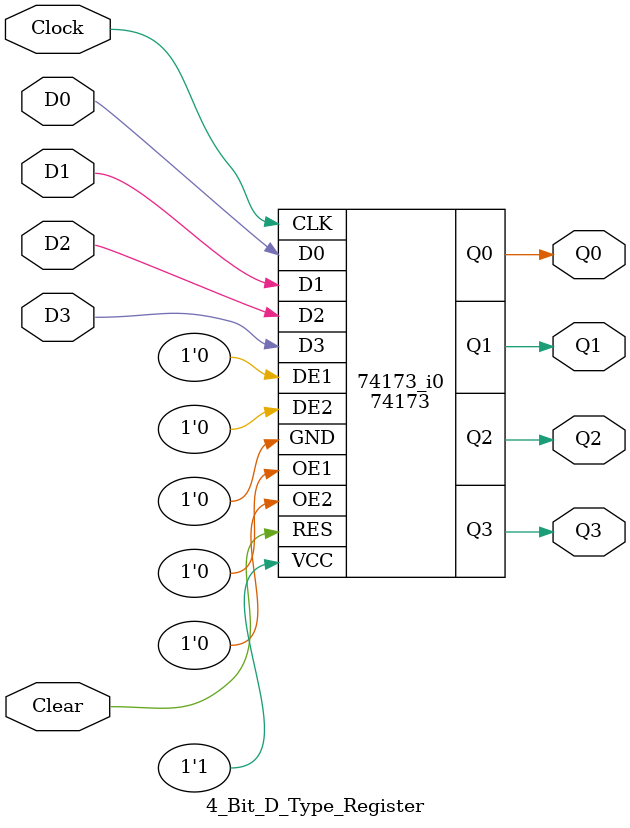
<source format=v>
/*
 * Generated by Digital. Don't modify this file!
 * Any changes will be lost if this file is regenerated.
 */

module DIG_D_FF_AS_1bit
#(
    parameter Default = 0
)
(
   input Set,
   input D,
   input C,
   input Clr,
   output Q,
   output \~Q
);
    reg state;

    assign Q = state;
    assign \~Q  = ~state;

    always @ (posedge C or posedge Clr or posedge Set)
    begin
        if (Set)
            state <= 1'b1;
        else if (Clr)
            state <= 'h0;
        else
            state <= D;
    end

    initial begin
        state = Default;
    end
endmodule

module Driver
(
    input in,
    input sel,
    output out
);
    assign out = (sel == 1'b1)? in : 1'bz;
endmodule

// quad 3-state D flip-flop with common clock and reset
module \74173  (
  input D0,
  input D1,
  input D2,
  input D3,
  input CLK,
  input RES,
  input DE1,
  input DE2,
  input OE1,
  input OE2,
  input VCC,
  input GND,
  output Q0,
  output Q1,
  output Q2,
  output Q3
);
  wire s0;
  wire s1;
  wire s2;
  wire s3;
  wire s4;
  wire s5;
  wire s6;
  wire s7;
  wire s8;
  wire s9;
  wire s10;
  assign s3 = (DE1 | DE2);
  assign s4 = ~ (OE1 | OE2);
  assign s2 = ~ s3;
  DIG_D_FF_AS_1bit #(
    .Default(0)
  )
  DIG_D_FF_AS_1bit_i0 (
    .Set( 1'b0 ),
    .D( s0 ),
    .C( CLK ),
    .Clr( RES ),
    .Q( s1 )
  );
  assign s0 = ((s1 & s3) | (D0 & s2));
  Driver Driver_i1 (
    .in( s1 ),
    .sel( s4 ),
    .out( Q0 )
  );
  DIG_D_FF_AS_1bit #(
    .Default(0)
  )
  DIG_D_FF_AS_1bit_i2 (
    .Set( 1'b0 ),
    .D( s5 ),
    .C( CLK ),
    .Clr( RES ),
    .Q( s6 )
  );
  assign s5 = ((s6 & s3) | (D1 & s2));
  Driver Driver_i3 (
    .in( s6 ),
    .sel( s4 ),
    .out( Q1 )
  );
  DIG_D_FF_AS_1bit #(
    .Default(0)
  )
  DIG_D_FF_AS_1bit_i4 (
    .Set( 1'b0 ),
    .D( s7 ),
    .C( CLK ),
    .Clr( RES ),
    .Q( s8 )
  );
  assign s7 = ((s8 & s3) | (D2 & s2));
  Driver Driver_i5 (
    .in( s8 ),
    .sel( s4 ),
    .out( Q2 )
  );
  DIG_D_FF_AS_1bit #(
    .Default(0)
  )
  DIG_D_FF_AS_1bit_i6 (
    .Set( 1'b0 ),
    .D( s9 ),
    .C( CLK ),
    .Clr( RES ),
    .Q( s10 )
  );
  assign s9 = ((s10 & s3) | (D3 & s2));
  Driver Driver_i7 (
    .in( s10 ),
    .sel( s4 ),
    .out( Q3 )
  );
endmodule

module \4_Bit_D_Type_Register  (
  input Clear,
  input D0,
  input D1,
  input D2,
  input D3,
  input Clock,
  output Q0,
  output Q1,
  output Q2,
  output Q3
);
  \74173  \74173_i0 (
    .OE1( 1'b0 ),
    .OE2( 1'b0 ),
    .CLK( Clock ),
    .GND( 1'b0 ),
    .DE1( 1'b0 ),
    .DE2( 1'b0 ),
    .D3( D3 ),
    .D2( D2 ),
    .D1( D1 ),
    .D0( D0 ),
    .RES( Clear ),
    .VCC( 1'b1 ),
    .Q0( Q0 ),
    .Q1( Q1 ),
    .Q2( Q2 ),
    .Q3( Q3 )
  );
endmodule

</source>
